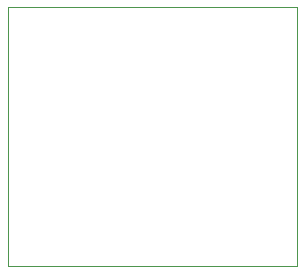
<source format=gbr>
%TF.GenerationSoftware,KiCad,Pcbnew,(6.0.8)*%
%TF.CreationDate,2023-02-01T12:05:52+02:00*%
%TF.ProjectId,25om_resistor,32356f6d-5f72-4657-9369-73746f722e6b,rev?*%
%TF.SameCoordinates,Original*%
%TF.FileFunction,Profile,NP*%
%FSLAX46Y46*%
G04 Gerber Fmt 4.6, Leading zero omitted, Abs format (unit mm)*
G04 Created by KiCad (PCBNEW (6.0.8)) date 2023-02-01 12:05:52*
%MOMM*%
%LPD*%
G01*
G04 APERTURE LIST*
%TA.AperFunction,Profile*%
%ADD10C,0.100000*%
%TD*%
G04 APERTURE END LIST*
D10*
X50800000Y-27400000D02*
X75274000Y-27400000D01*
X75274000Y-27400000D02*
X75274000Y-49300000D01*
X75274000Y-49300000D02*
X50800000Y-49300000D01*
X50800000Y-49300000D02*
X50800000Y-27400000D01*
M02*

</source>
